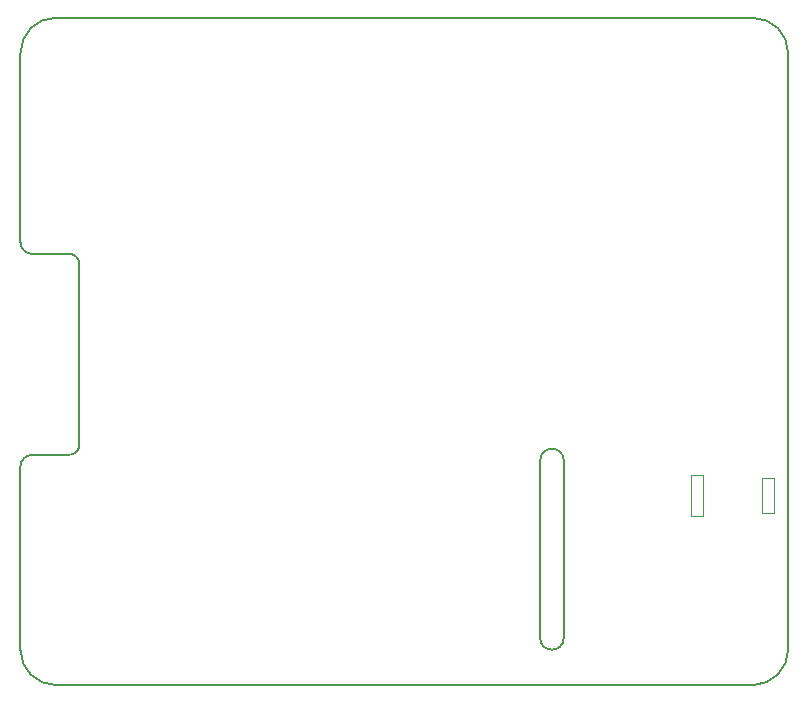
<source format=gm1>
G04 #@! TF.GenerationSoftware,KiCad,Pcbnew,(5.1.4)-1*
G04 #@! TF.CreationDate,2019-11-04T18:42:31+11:00*
G04 #@! TF.ProjectId,dingo-hat,64696e67-6f2d-4686-9174-2e6b69636164,rev?*
G04 #@! TF.SameCoordinates,Original*
G04 #@! TF.FileFunction,Profile,NP*
%FSLAX46Y46*%
G04 Gerber Fmt 4.6, Leading zero omitted, Abs format (unit mm)*
G04 Created by KiCad (PCBNEW (5.1.4)-1) date 2019-11-04 18:42:31*
%MOMM*%
%LPD*%
G04 APERTURE LIST*
%ADD10C,0.200000*%
%ADD11C,0.000100*%
G04 APERTURE END LIST*
D10*
X124530000Y-113300000D02*
G75*
G02X122530000Y-113300000I-1000000J0D01*
G01*
X79530000Y-80800000D02*
G75*
G02X78530000Y-79800000I0J1000000D01*
G01*
X122530000Y-98300000D02*
X122530000Y-113300000D01*
X122530000Y-98300000D02*
G75*
G02X124530000Y-98300000I1000000J0D01*
G01*
X82530000Y-80800000D02*
G75*
G02X83530000Y-81800000I125000J-875000D01*
G01*
X124530000Y-98300000D02*
X124530000Y-113300000D01*
X83530000Y-96800000D02*
X83530000Y-81800000D01*
X79530000Y-80800000D02*
X82530000Y-80800000D01*
X79530000Y-97800000D02*
X82530000Y-97800000D01*
X78530000Y-63800000D02*
G75*
G02X81530000Y-60800000I3000000J0D01*
G01*
X140530000Y-60800000D02*
X81530000Y-60800000D01*
X78530000Y-98800000D02*
X78530000Y-114300000D01*
X78530000Y-98800000D02*
G75*
G02X79530000Y-97800000I1000000J0D01*
G01*
X140530000Y-60800000D02*
G75*
G02X143530000Y-63800000I0J-3000000D01*
G01*
X81530000Y-117300000D02*
X140530000Y-117300000D01*
X78530000Y-63800000D02*
X78530000Y-79800000D01*
X81530000Y-117300000D02*
G75*
G02X78530000Y-114300000I0J3000000D01*
G01*
X83530000Y-96800000D02*
G75*
G02X82530000Y-97800000I-875000J-125000D01*
G01*
X143530000Y-114300000D02*
X143530000Y-63800000D01*
X143530000Y-114300000D02*
G75*
G02X140530000Y-117300000I-3000000J0D01*
G01*
D11*
X136340000Y-102994000D02*
X135340000Y-102994000D01*
X135340000Y-102994000D02*
X135340000Y-99494000D01*
X135340000Y-99494000D02*
X136340000Y-99494000D01*
X136340000Y-99494000D02*
X136340000Y-102994000D01*
X142340000Y-102744000D02*
X141340000Y-102744000D01*
X141340000Y-102744000D02*
X141340000Y-99744000D01*
X141340000Y-99744000D02*
X142340000Y-99744000D01*
X142340000Y-99744000D02*
X142340000Y-102744000D01*
M02*

</source>
